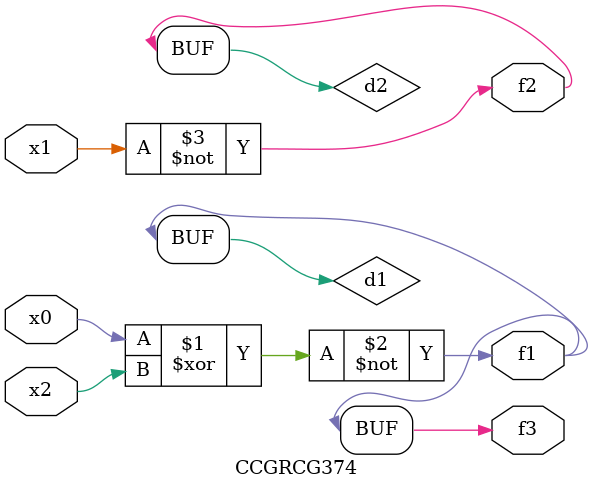
<source format=v>
module CCGRCG374(
	input x0, x1, x2,
	output f1, f2, f3
);

	wire d1, d2, d3;

	xnor (d1, x0, x2);
	nand (d2, x1);
	nor (d3, x1, x2);
	assign f1 = d1;
	assign f2 = d2;
	assign f3 = d1;
endmodule

</source>
